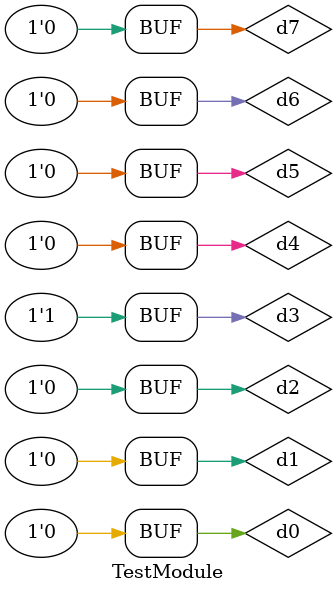
<source format=v>
module TestModule;
  reg d0,d1,d2,d3,d4,d5,d6,d7;
  wire a,b,c;
  Encoder uut (
.d0(d0),
.d1(d1),
.d2(d2),
.d3(d3),
.d4(d4),
.d5(d5),
.d6(d6),
.d7(d7),
.a(a),
.b(b),
.c(c)
);
  initial 
    begin
      d0 = 0;
d1 = 0;
d2 = 0;
d3 = 0;
d4 = 0;
d5 = 0;
d6 = 0;
d7 = 0;

#100;

d0 = 0;
d1 = 0;
d2 = 0;
d3 = 1;
d4 = 0;
d5 = 0;
d6 = 0;
d7 = 0;
// Wait 100 ns for global reset to finish
#100;
// Add stimulus here
end
endmodule

</source>
